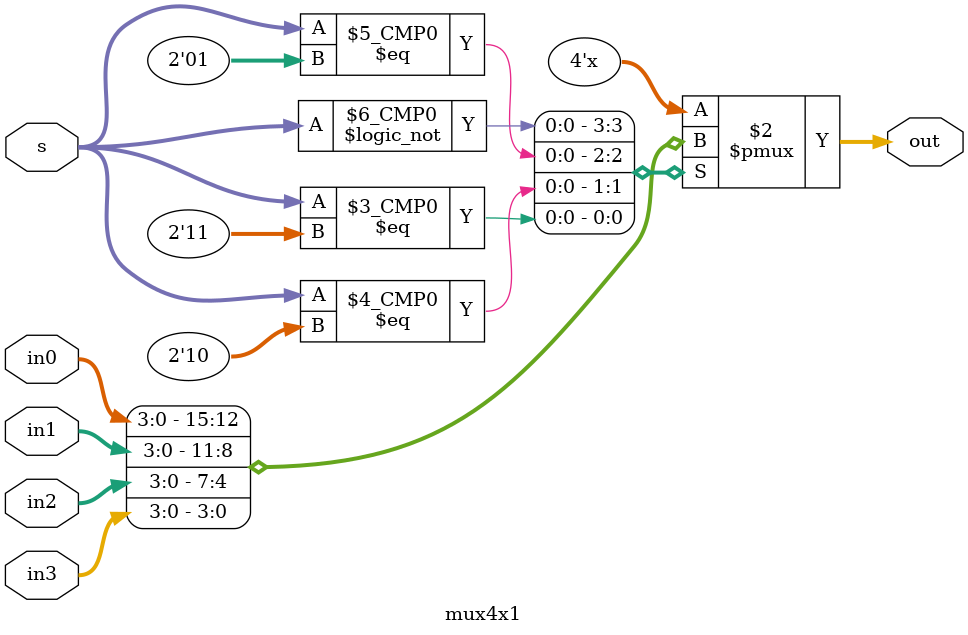
<source format=v>
`timescale 1ns / 1ps

module mux4x1(

 input [3:0] in0,
 input [3:0] in1,
 input [3:0] in2,
 input [3:0] in3,
 
 input [1:0] s, 
 output reg [3:0] out  );
    always @(*) begin
        case(s)
            0: out = in0;
            1: out = in1;
            2: out = in2;
            3: out = in3;
        endcase 
    end
endmodule
</source>
